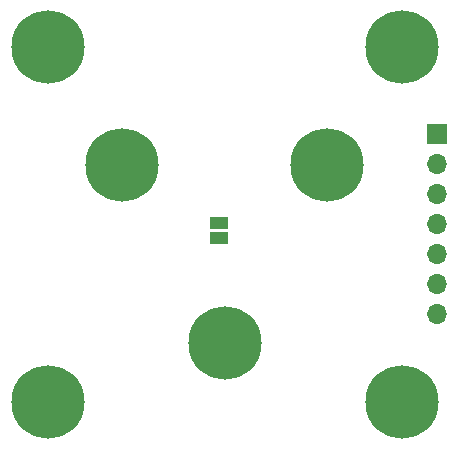
<source format=gbr>
%TF.GenerationSoftware,KiCad,Pcbnew,(6.0.0)*%
%TF.CreationDate,2022-01-17T22:08:50-08:00*%
%TF.ProjectId,encoder,656e636f-6465-4722-9e6b-696361645f70,1*%
%TF.SameCoordinates,Original*%
%TF.FileFunction,Soldermask,Bot*%
%TF.FilePolarity,Negative*%
%FSLAX46Y46*%
G04 Gerber Fmt 4.6, Leading zero omitted, Abs format (unit mm)*
G04 Created by KiCad (PCBNEW (6.0.0)) date 2022-01-17 22:08:50*
%MOMM*%
%LPD*%
G01*
G04 APERTURE LIST*
%ADD10C,6.200000*%
%ADD11R,1.500000X1.000000*%
%ADD12R,1.700000X1.700000*%
%ADD13O,1.700000X1.700000*%
G04 APERTURE END LIST*
D10*
%TO.C,H5*%
X71339746Y-75000000D03*
%TD*%
D11*
%TO.C,JP1*%
X79500000Y-79850000D03*
X79500000Y-81150000D03*
%TD*%
D12*
%TO.C,J1*%
X98000000Y-72375000D03*
D13*
X98000000Y-74915000D03*
X98000000Y-77455000D03*
X98000000Y-79995000D03*
X98000000Y-82535000D03*
X98000000Y-85075000D03*
X98000000Y-87615000D03*
%TD*%
D10*
%TO.C,H7*%
X88660254Y-75000000D03*
%TD*%
%TO.C,H6*%
X80000000Y-90000000D03*
%TD*%
%TO.C,H4*%
X65000000Y-95000000D03*
%TD*%
%TO.C,H3*%
X95000000Y-95000000D03*
%TD*%
%TO.C,H2*%
X95000000Y-65000000D03*
%TD*%
%TO.C,H1*%
X65000000Y-65000000D03*
%TD*%
M02*

</source>
